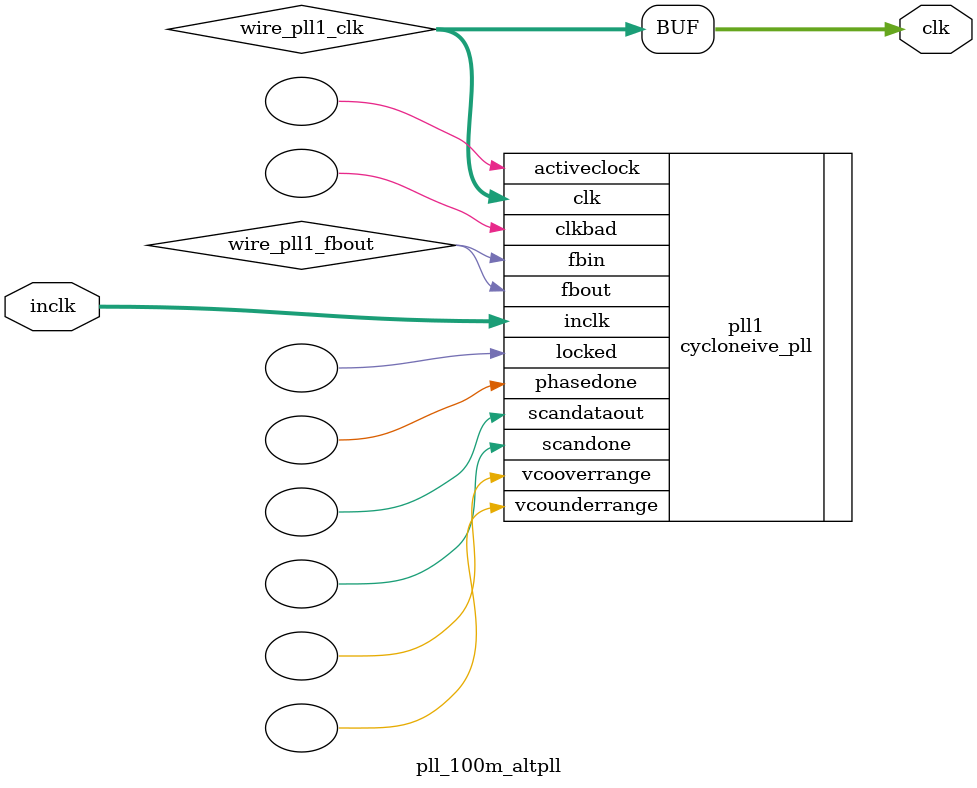
<source format=v>






//synthesis_resources = cycloneive_pll 1 
//synopsys translate_off
`timescale 1 ps / 1 ps
//synopsys translate_on
module  pll_100m_altpll
	( 
	clk,
	inclk) /* synthesis synthesis_clearbox=1 */;
	output   [4:0]  clk;
	input   [1:0]  inclk;
`ifndef ALTERA_RESERVED_QIS
// synopsys translate_off
`endif
	tri0   [1:0]  inclk;
`ifndef ALTERA_RESERVED_QIS
// synopsys translate_on
`endif

	wire  [4:0]   wire_pll1_clk;
	wire  wire_pll1_fbout;

	cycloneive_pll   pll1
	( 
	.activeclock(),
	.clk(wire_pll1_clk),
	.clkbad(),
	.fbin(wire_pll1_fbout),
	.fbout(wire_pll1_fbout),
	.inclk(inclk),
	.locked(),
	.phasedone(),
	.scandataout(),
	.scandone(),
	.vcooverrange(),
	.vcounderrange()
	`ifndef FORMAL_VERIFICATION
	// synopsys translate_off
	`endif
	,
	.areset(1'b0),
	.clkswitch(1'b0),
	.configupdate(1'b0),
	.pfdena(1'b1),
	.phasecounterselect({3{1'b0}}),
	.phasestep(1'b0),
	.phaseupdown(1'b0),
	.scanclk(1'b0),
	.scanclkena(1'b1),
	.scandata(1'b0)
	`ifndef FORMAL_VERIFICATION
	// synopsys translate_on
	`endif
	);
	defparam
		pll1.bandwidth_type = "auto",
		pll1.clk0_divide_by = 1,
		pll1.clk0_duty_cycle = 50,
		pll1.clk0_multiply_by = 2,
		pll1.clk0_phase_shift = "0",
		pll1.compensate_clock = "clk0",
		pll1.inclk0_input_frequency = 20000,
		pll1.operation_mode = "normal",
		pll1.pll_type = "auto",
		pll1.lpm_type = "cycloneive_pll";
	assign
		clk = {wire_pll1_clk[4:0]};
endmodule //pll_100m_altpll
//VALID FILE

</source>
